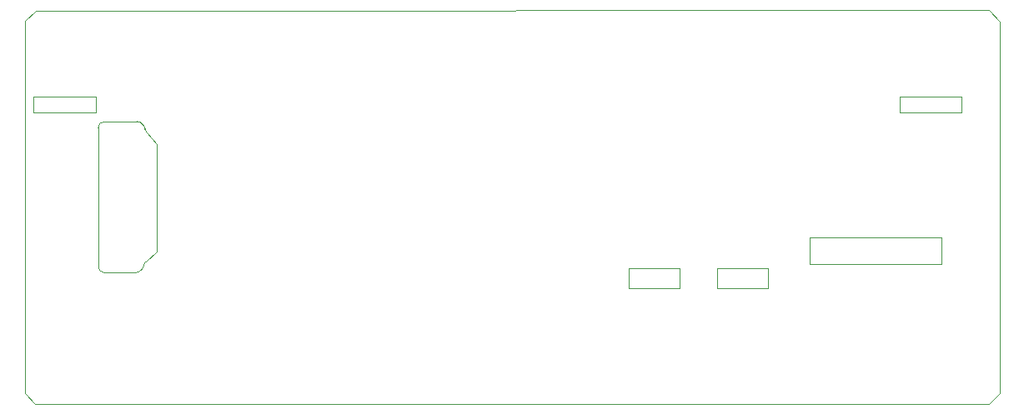
<source format=gbr>
%TF.GenerationSoftware,KiCad,Pcbnew,(5.1.12)-1*%
%TF.CreationDate,2022-02-28T21:35:26+00:00*%
%TF.ProjectId,RGBtoHDMI CDTV v2 - Face Plate - Lite,52474274-6f48-4444-9d49-204344545620,1*%
%TF.SameCoordinates,Original*%
%TF.FileFunction,Profile,NP*%
%FSLAX46Y46*%
G04 Gerber Fmt 4.6, Leading zero omitted, Abs format (unit mm)*
G04 Created by KiCad (PCBNEW (5.1.12)-1) date 2022-02-28 21:35:26*
%MOMM*%
%LPD*%
G01*
G04 APERTURE LIST*
%TA.AperFunction,Profile*%
%ADD10C,0.050000*%
%TD*%
G04 APERTURE END LIST*
D10*
X81915000Y-86305269D02*
X82071981Y-85902800D01*
X81280000Y-86664800D02*
G75*
G03*
X81915000Y-86305269I0J740531D01*
G01*
X82299682Y-85526351D02*
G75*
G03*
X82071981Y-85902800I407299J-503449D01*
G01*
X82426682Y-72436249D02*
G75*
G02*
X82198981Y-72059800I407299J503449D01*
G01*
X81407000Y-71297800D02*
G75*
G02*
X82042000Y-71657331I0J-740531D01*
G01*
X78105000Y-86664800D02*
G75*
G02*
X77470000Y-86029800I0J635000D01*
G01*
X77470000Y-71932800D02*
G75*
G02*
X78105000Y-71297800I635000J0D01*
G01*
X82426682Y-72436249D02*
X83439000Y-73583800D01*
X82042000Y-71657331D02*
X82198981Y-72059800D01*
X83439000Y-84505800D02*
X82299682Y-85526351D01*
X83439000Y-84505800D02*
X83439000Y-73583800D01*
X81280000Y-86664800D02*
X78105000Y-86664800D01*
X81407000Y-71297800D02*
X78105000Y-71297800D01*
X77470000Y-86029800D02*
X77470000Y-71932800D01*
X163068000Y-83108800D02*
X163068000Y-85775800D01*
X163068000Y-85775800D02*
X149733000Y-85775800D01*
X163068000Y-83108800D02*
X149733000Y-83108800D01*
X149733000Y-83108800D02*
X149733000Y-85775800D01*
X145465800Y-86220300D02*
X140284200Y-86220300D01*
X145465800Y-88226900D02*
X145465800Y-86220300D01*
X140284200Y-88226900D02*
X145465800Y-88226900D01*
X140284200Y-86220300D02*
X140284200Y-88226900D01*
X136525000Y-86207600D02*
X131343400Y-86207600D01*
X136525000Y-88214200D02*
X136525000Y-86207600D01*
X131343400Y-88214200D02*
X136525000Y-88214200D01*
X131343400Y-86207600D02*
X131343400Y-88214200D01*
X165150800Y-68795900D02*
X158851600Y-68795900D01*
X165150800Y-70396100D02*
X165150800Y-68795900D01*
X158851600Y-70396100D02*
X165150800Y-70396100D01*
X158851600Y-68795900D02*
X158851600Y-70396100D01*
X77216000Y-68808600D02*
X70916800Y-68808600D01*
X77216000Y-70408800D02*
X77216000Y-68808600D01*
X70916800Y-70408800D02*
X77216000Y-70408800D01*
X70916800Y-68808600D02*
X70916800Y-70408800D01*
X70002400Y-98882200D02*
X71081900Y-99999800D01*
X168998900Y-98920300D02*
X167881300Y-99999800D01*
X168998900Y-61112400D02*
X167919400Y-59994800D01*
X70002400Y-61087000D02*
X71120000Y-60007500D01*
X168998900Y-61112400D02*
X168998900Y-98920300D01*
X71081900Y-99999800D02*
X167881300Y-99999800D01*
X71120000Y-60007500D02*
X167919400Y-59994800D01*
X70002400Y-61087000D02*
X70002400Y-98882200D01*
M02*

</source>
